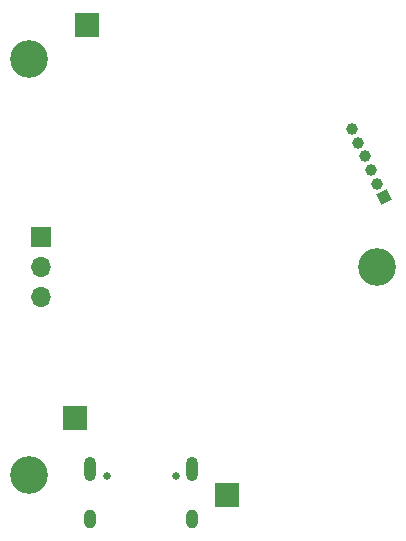
<source format=gbr>
%TF.GenerationSoftware,KiCad,Pcbnew,8.0.6*%
%TF.CreationDate,2024-12-19T11:27:53+03:00*%
%TF.ProjectId,Hall,48616c6c-2e6b-4696-9361-645f70636258,rev?*%
%TF.SameCoordinates,Original*%
%TF.FileFunction,Soldermask,Bot*%
%TF.FilePolarity,Negative*%
%FSLAX46Y46*%
G04 Gerber Fmt 4.6, Leading zero omitted, Abs format (unit mm)*
G04 Created by KiCad (PCBNEW 8.0.6) date 2024-12-19 11:27:53*
%MOMM*%
%LPD*%
G01*
G04 APERTURE LIST*
G04 Aperture macros list*
%AMRoundRect*
0 Rectangle with rounded corners*
0 $1 Rounding radius*
0 $2 $3 $4 $5 $6 $7 $8 $9 X,Y pos of 4 corners*
0 Add a 4 corners polygon primitive as box body*
4,1,4,$2,$3,$4,$5,$6,$7,$8,$9,$2,$3,0*
0 Add four circle primitives for the rounded corners*
1,1,$1+$1,$2,$3*
1,1,$1+$1,$4,$5*
1,1,$1+$1,$6,$7*
1,1,$1+$1,$8,$9*
0 Add four rect primitives between the rounded corners*
20,1,$1+$1,$2,$3,$4,$5,0*
20,1,$1+$1,$4,$5,$6,$7,0*
20,1,$1+$1,$6,$7,$8,$9,0*
20,1,$1+$1,$8,$9,$2,$3,0*%
%AMHorizOval*
0 Thick line with rounded ends*
0 $1 width*
0 $2 $3 position (X,Y) of the first rounded end (center of the circle)*
0 $4 $5 position (X,Y) of the second rounded end (center of the circle)*
0 Add line between two ends*
20,1,$1,$2,$3,$4,$5,0*
0 Add two circle primitives to create the rounded ends*
1,1,$1,$2,$3*
1,1,$1,$4,$5*%
%AMRotRect*
0 Rectangle, with rotation*
0 The origin of the aperture is its center*
0 $1 length*
0 $2 width*
0 $3 Rotation angle, in degrees counterclockwise*
0 Add horizontal line*
21,1,$1,$2,0,0,$3*%
G04 Aperture macros list end*
%ADD10C,3.200000*%
%ADD11R,1.700000X1.700000*%
%ADD12O,1.700000X1.700000*%
%ADD13RoundRect,0.250001X-0.799999X-0.799999X0.799999X-0.799999X0.799999X0.799999X-0.799999X0.799999X0*%
%ADD14C,0.650000*%
%ADD15O,1.000000X2.100000*%
%ADD16O,1.000000X1.600000*%
%ADD17RotRect,1.000000X1.000000X25.000000*%
%ADD18HorizOval,1.000000X0.000000X0.000000X0.000000X0.000000X0*%
G04 APERTURE END LIST*
D10*
%TO.C,H3*%
X60444919Y-66632809D03*
%TD*%
D11*
%TO.C,J3*%
X61500000Y-46500000D03*
D12*
X61500000Y-49040000D03*
X61500000Y-51580000D03*
%TD*%
D13*
%TO.C,J4*%
X77216000Y-68376800D03*
%TD*%
%TO.C,J5*%
X65405000Y-28575000D03*
%TD*%
%TO.C,J2*%
X64363600Y-61823600D03*
%TD*%
D14*
%TO.C,J6*%
X67110000Y-66695000D03*
X72890000Y-66695000D03*
D15*
X65680000Y-66165000D03*
D16*
X65680000Y-70345000D03*
D15*
X74320000Y-66165000D03*
D16*
X74320000Y-70345000D03*
%TD*%
D10*
%TO.C,H1*%
X60445087Y-31467095D03*
%TD*%
%TO.C,H2*%
X89976175Y-49050000D03*
%TD*%
D17*
%TO.C,J1*%
X90510175Y-43127834D03*
D18*
X89973450Y-41976823D03*
X89436725Y-40825812D03*
X88900000Y-39674800D03*
X88363274Y-38523790D03*
X87826549Y-37372780D03*
%TD*%
M02*

</source>
